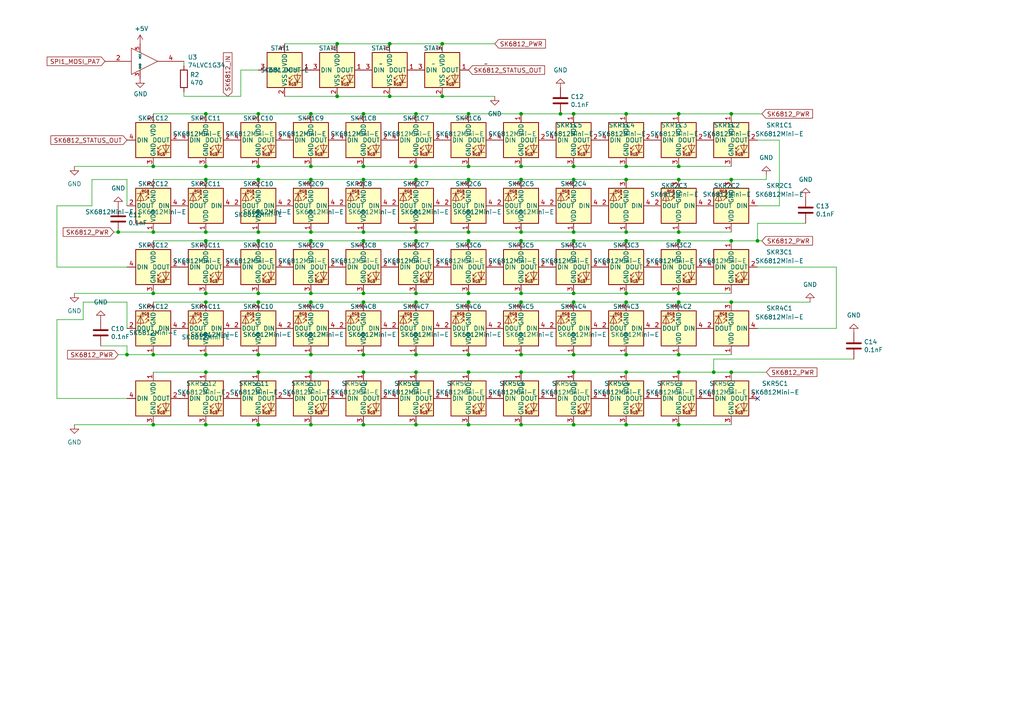
<source format=kicad_sch>
(kicad_sch (version 20211123) (generator eeschema)
  (paper "A4")
  (lib_symbols
    (symbol "Device:C" (pin_numbers hide) (pin_names (offset 0.254))
      (property "Reference" "C" (at 0.635 2.54 0))
      (property "Value" "C" (at 0.635 -2.54 0))
      (symbol "C_0_1"
        (polyline (pts (xy -2.032 -0.762) (xy 2.032 -0.762)) (stroke (width 0.508)))
        (polyline (pts (xy -2.032 0.762) (xy 2.032 0.762)) (stroke (width 0.508)))
      )
      (symbol "C_1_1"
        (pin passive line (at 0 3.81 270) (length 2.794) (name "~") (number "1"))
        (pin passive line (at 0 -3.81 90) (length 2.794) (name "~") (number "2"))
      )
    )
    (symbol "Device:R" (pin_numbers hide) (pin_names (offset 0))
      (property "Reference" "R" (at 2.032 0 90))
      (property "Value" "R" (at 0 0 90))
      (symbol "R_0_1"
        (rectangle (start -1.016 -2.54) (end 1.016 2.54) (stroke (width 0.254)))
      )
      (symbol "R_1_1"
        (pin passive line (at 0 3.81 270) (length 1.27) (name "~") (number "1"))
        (pin passive line (at 0 -3.81 90) (length 1.27) (name "~") (number "2"))
      )
    )
    (symbol "LED:SK6812MINI" (pin_names (offset 0.254))
      (property "Reference" "D" (at 5.08 5.715 0))
      (property "Value" "SK6812MINI" (at 1.27 -5.715 0))
      (symbol "SK6812MINI_0_0"
        (text "RGB" (at 2.286 -4.191 0) (effects (font (size 0.762 0.762))))
      )
      (symbol "SK6812MINI_0_1"
        (polyline (pts (xy 1.27 -3.556) (xy 1.778 -3.556)))
        (polyline (pts (xy 1.27 -2.54) (xy 1.778 -2.54)))
        (polyline (pts (xy 4.699 -3.556) (xy 2.667 -3.556)))
        (polyline (pts (xy 2.286 -2.54) (xy 1.27 -3.556) (xy 1.27 -3.048)))
        (polyline (pts (xy 2.286 -1.524) (xy 1.27 -2.54) (xy 1.27 -2.032)))
        (polyline (pts (xy 3.683 -1.016) (xy 3.683 -3.556) (xy 3.683 -4.064)))
        (polyline (pts (xy 4.699 -1.524) (xy 2.667 -1.524) (xy 3.683 -3.556) (xy 4.699 -1.524)))
        (rectangle (start 5.08 5.08) (end -5.08 -5.08) (stroke (width 0.254)) (fill (type background)))
      )
      (symbol "SK6812MINI_1_1"
        (pin output line (at 7.62 0 180) (length 2.54) (name "DOUT") (number "1"))
        (pin power_in line (at 0 -7.62 90) (length 2.54) (name "VSS") (number "2"))
        (pin input line (at -7.62 0 0) (length 2.54) (name "DIN") (number "3"))
        (pin power_in line (at 0 7.62 270) (length 2.54) (name "VDD") (number "4"))
      )
    )
    (symbol "pouetpouet-rescue:74LVC1G34-74LVC1G34" (pin_names (offset 0.254))
      (property "Reference" "U" (at 2.54 3.81 0))
      (property "Value" "74LVC1G34-74LVC1G34" (at 5.08 -3.81 0))
      (symbol "74LVC1G34-74LVC1G34_0_0"
        (polyline (pts (xy -3.81 3.81) (xy -3.81 -3.81) (xy 3.81 0) (xy -3.81 3.81)))
        (pin power_in line (at -1.27 -5.08 90) (length 2.54) (name "GND") (number "3"))
        (pin power_in line (at -1.27 5.08 270) (length 2.54) (name "VCC") (number "5"))
      )
      (symbol "74LVC1G34-74LVC1G34_1_1"
        (pin input line (at -11.43 0 0) (length 7.62) (name "~") (number "2"))
        (pin output line (at 11.43 0 180) (length 7.62) (name "~") (number "4"))
      )
      (symbol "74LVC1G34-74LVC1G34_1_2"
        (pin input inverted (at -11.43 0 0) (length 7.62) (name "~") (number "2"))
        (pin output line (at 11.43 0 180) (length 7.62) (name "~") (number "4"))
      )
    )
    (symbol "pouetpouet-rescue:SK6812Mini-E" (pin_names (offset 0.254))
      (property "Reference" "LED" (at 5.08 5.715 0))
      (property "Value" "SK6812Mini-E" (at 1.27 -5.715 0))
      (symbol "SK6812Mini-E_0_0"
        (text "RGB" (at 2.286 -4.191 0) (effects (font (size 0.762 0.762))))
      )
      (symbol "SK6812Mini-E_0_1"
        (polyline (pts (xy 1.27 -3.556) (xy 1.778 -3.556)))
        (polyline (pts (xy 1.27 -2.54) (xy 1.778 -2.54)))
        (polyline (pts (xy 4.699 -3.556) (xy 2.667 -3.556)))
        (polyline (pts (xy 2.286 -2.54) (xy 1.27 -3.556) (xy 1.27 -3.048)))
        (polyline (pts (xy 2.286 -1.524) (xy 1.27 -2.54) (xy 1.27 -2.032)))
        (polyline (pts (xy 3.683 -1.016) (xy 3.683 -3.556) (xy 3.683 -4.064)))
        (polyline (pts (xy 4.699 -1.524) (xy 2.667 -1.524) (xy 3.683 -3.556) (xy 4.699 -1.524)))
        (rectangle (start 5.08 5.08) (end -5.08 -5.08) (stroke (width 0.254)) (fill (type background)))
      )
      (symbol "SK6812Mini-E_1_1"
        (pin power_in line (at 0 7.62 270) (length 2.54) (name "VDD") (number "1"))
        (pin output line (at 7.62 0 180) (length 2.54) (name "DOUT") (number "2"))
        (pin power_in line (at 0 -7.62 90) (length 2.54) (name "GND") (number "3"))
        (pin input line (at -7.62 0 0) (length 2.54) (name "DIN") (number "4"))
      )
    )
    (symbol "power:+5V" (power) (pin_names (offset 0))
      (property "Value" "+5V" (at 0 3.556 0))
      (symbol "+5V_0_1"
        (polyline (pts (xy -0.762 1.27) (xy 0 2.54)))
        (polyline (pts (xy 0 0) (xy 0 2.54)))
        (polyline (pts (xy 0 2.54) (xy 0.762 1.27)))
      )
      (symbol "+5V_1_1"
        (pin power_in line (at 0 0 90) (length 0) hide (name "+5V") (number "1"))
      )
    )
    (symbol "power:GND" (power) (pin_names (offset 0))
      (property "Value" "GND" (at 0 -3.81 0))
      (symbol "GND_0_1"
        (polyline (pts (xy 0 0) (xy 0 -1.27) (xy 1.27 -1.27) (xy 0 -2.54) (xy -1.27 -1.27) (xy 0 -1.27)))
      )
      (symbol "GND_1_1"
        (pin power_in line (at 0 0 270) (length 0) hide (name "GND") (number "1"))
      )
    )
  )
  (junction (at 166.37 67.31))
  (junction (at 74.93 102.87))
  (junction (at 74.93 107.95))
  (junction (at 74.93 69.85))
  (junction (at 44.45 48.26))
  (junction (at 120.65 67.31))
  (junction (at 90.17 87.63))
  (junction (at 59.69 69.85))
  (junction (at 181.61 48.26))
  (junction (at 135.89 123.19))
  (junction (at 212.09 52.07))
  (junction (at 128.27 27.94))
  (junction (at 90.17 102.87))
  (junction (at 44.45 67.31))
  (junction (at 212.09 107.95))
  (junction (at 181.61 67.31))
  (junction (at 151.13 107.95))
  (junction (at 212.09 69.85))
  (junction (at 151.13 87.63))
  (junction (at 166.37 52.07))
  (junction (at 90.17 85.09))
  (junction (at 74.93 33.02))
  (junction (at 59.69 102.87))
  (junction (at 151.13 102.87))
  (junction (at 166.37 102.87))
  (junction (at 59.69 33.02))
  (junction (at 120.65 85.09))
  (junction (at 166.37 85.09))
  (junction (at 207.01 107.95))
  (junction (at 135.89 102.87))
  (junction (at 166.37 33.02))
  (junction (at 196.85 107.95))
  (junction (at 196.85 85.09))
  (junction (at 74.93 87.63))
  (junction (at 59.69 107.95))
  (junction (at 120.65 107.95))
  (junction (at 166.37 123.19))
  (junction (at 151.13 123.19))
  (junction (at 105.41 67.31))
  (junction (at 196.85 33.02))
  (junction (at 120.65 48.26))
  (junction (at 181.61 107.95))
  (junction (at 36.83 102.87))
  (junction (at 135.89 69.85))
  (junction (at 90.17 107.95))
  (junction (at 74.93 52.07))
  (junction (at 90.17 69.85))
  (junction (at 120.65 87.63))
  (junction (at 59.69 87.63))
  (junction (at 90.17 52.07))
  (junction (at 135.89 107.95))
  (junction (at 181.61 85.09))
  (junction (at 44.45 102.87))
  (junction (at 219.71 69.85))
  (junction (at 90.17 67.31))
  (junction (at 162.56 33.02))
  (junction (at 105.41 48.26))
  (junction (at 135.89 52.07))
  (junction (at 74.93 67.31))
  (junction (at 74.93 123.19))
  (junction (at 166.37 87.63))
  (junction (at 113.03 12.7))
  (junction (at 135.89 67.31))
  (junction (at 196.85 69.85))
  (junction (at 120.65 69.85))
  (junction (at 151.13 48.26))
  (junction (at 90.17 48.26))
  (junction (at 196.85 123.19))
  (junction (at 105.41 33.02))
  (junction (at 97.79 12.7))
  (junction (at 151.13 85.09))
  (junction (at 105.41 52.07))
  (junction (at 135.89 87.63))
  (junction (at 181.61 102.87))
  (junction (at 196.85 87.63))
  (junction (at 181.61 87.63))
  (junction (at 196.85 48.26))
  (junction (at 105.41 123.19))
  (junction (at 135.89 85.09))
  (junction (at 135.89 48.26))
  (junction (at 212.09 33.02))
  (junction (at 105.41 87.63))
  (junction (at 151.13 52.07))
  (junction (at 34.29 67.31))
  (junction (at 151.13 69.85))
  (junction (at 181.61 52.07))
  (junction (at 97.79 27.94))
  (junction (at 59.69 48.26))
  (junction (at 105.41 102.87))
  (junction (at 59.69 67.31))
  (junction (at 59.69 85.09))
  (junction (at 196.85 52.07))
  (junction (at 181.61 123.19))
  (junction (at 151.13 33.02))
  (junction (at 181.61 69.85))
  (junction (at 59.69 52.07))
  (junction (at 90.17 123.19))
  (junction (at 166.37 69.85))
  (junction (at 181.61 33.02))
  (junction (at 113.03 27.94))
  (junction (at 105.41 107.95))
  (junction (at 105.41 85.09))
  (junction (at 59.69 123.19))
  (junction (at 166.37 48.26))
  (junction (at 74.93 85.09))
  (junction (at 120.65 33.02))
  (junction (at 128.27 12.7))
  (junction (at 120.65 52.07))
  (junction (at 135.89 33.02))
  (junction (at 74.93 48.26))
  (junction (at 196.85 67.31))
  (junction (at 196.85 102.87))
  (junction (at 120.65 102.87))
  (junction (at 212.09 87.63))
  (junction (at 90.17 33.02))
  (junction (at 166.37 107.95))
  (junction (at 44.45 123.19))
  (junction (at 44.45 85.09))
  (junction (at 105.41 69.85))
  (junction (at 120.65 123.19))
  (junction (at 151.13 67.31))
  (no_connect (at 219.71 115.57))
  (wire (pts (xy 90.17 48.26) (xy 105.41 48.26)))
  (wire (pts (xy 59.69 48.26) (xy 74.93 48.26)))
  (wire (pts (xy 166.37 67.31) (xy 151.13 67.31)))
  (wire (pts (xy 74.93 52.07) (xy 59.69 52.07)))
  (wire (pts (xy 105.41 67.31) (xy 90.17 67.31)))
  (wire (pts (xy 181.61 52.07) (xy 166.37 52.07)))
  (wire (pts (xy 59.69 52.07) (xy 44.45 52.07)))
  (wire (pts (xy 219.71 64.77) (xy 219.71 69.85)))
  (wire (pts (xy 24.13 92.71) (xy 16.51 92.71)))
  (wire (pts (xy 90.17 85.09) (xy 105.41 85.09)))
  (wire (pts (xy 120.65 85.09) (xy 135.89 85.09)))
  (wire (pts (xy 151.13 48.26) (xy 166.37 48.26)))
  (wire (pts (xy 181.61 85.09) (xy 196.85 85.09)))
  (wire (pts (xy 135.89 123.19) (xy 151.13 123.19)))
  (wire (pts (xy 69.85 20.32) (xy 69.85 27.94)))
  (wire (pts (xy 135.89 67.31) (xy 120.65 67.31)))
  (wire (pts (xy 16.51 115.57) (xy 36.83 115.57)))
  (wire (pts (xy 120.65 107.95) (xy 135.89 107.95)))
  (wire (pts (xy 44.45 123.19) (xy 59.69 123.19)))
  (wire (pts (xy 44.45 48.26) (xy 59.69 48.26)))
  (wire (pts (xy 128.27 27.94) (xy 143.51 27.94)))
  (wire (pts (xy 44.45 107.95) (xy 59.69 107.95)))
  (wire (pts (xy 181.61 48.26) (xy 196.85 48.26)))
  (wire (pts (xy 90.17 67.31) (xy 74.93 67.31)))
  (wire (pts (xy 181.61 102.87) (xy 166.37 102.87)))
  (wire (pts (xy 196.85 69.85) (xy 212.09 69.85)))
  (wire (pts (xy 135.89 107.95) (xy 151.13 107.95)))
  (wire (pts (xy 151.13 69.85) (xy 166.37 69.85)))
  (wire (pts (xy 105.41 69.85) (xy 120.65 69.85)))
  (wire (pts (xy 82.55 12.7) (xy 97.79 12.7)))
  (wire (pts (xy 113.03 27.94) (xy 128.27 27.94)))
  (wire (pts (xy 44.45 33.02) (xy 59.69 33.02)))
  (wire (pts (xy 151.13 85.09) (xy 166.37 85.09)))
  (wire (pts (xy 212.09 52.07) (xy 196.85 52.07)))
  (wire (pts (xy 120.65 87.63) (xy 105.41 87.63)))
  (wire (pts (xy 105.41 85.09) (xy 120.65 85.09)))
  (wire (pts (xy 90.17 123.19) (xy 105.41 123.19)))
  (wire (pts (xy 196.85 123.19) (xy 212.09 123.19)))
  (wire (pts (xy 212.09 52.07) (xy 222.25 52.07)))
  (wire (pts (xy 181.61 69.85) (xy 196.85 69.85)))
  (wire (pts (xy 59.69 33.02) (xy 74.93 33.02)))
  (wire (pts (xy 105.41 102.87) (xy 90.17 102.87)))
  (wire (pts (xy 166.37 85.09) (xy 181.61 85.09)))
  (wire (pts (xy 59.69 67.31) (xy 44.45 67.31)))
  (wire (pts (xy 162.56 33.02) (xy 166.37 33.02)))
  (wire (pts (xy 120.65 48.26) (xy 135.89 48.26)))
  (wire (pts (xy 181.61 67.31) (xy 166.37 67.31)))
  (wire (pts (xy 105.41 48.26) (xy 120.65 48.26)))
  (wire (pts (xy 74.93 67.31) (xy 59.69 67.31)))
  (wire (pts (xy 120.65 69.85) (xy 135.89 69.85)))
  (wire (pts (xy 82.55 27.94) (xy 97.79 27.94)))
  (wire (pts (xy 166.37 33.02) (xy 181.61 33.02)))
  (wire (pts (xy 166.37 102.87) (xy 151.13 102.87)))
  (wire (pts (xy 97.79 12.7) (xy 113.03 12.7)))
  (wire (pts (xy 24.13 87.63) (xy 24.13 92.71)))
  (wire (pts (xy 90.17 102.87) (xy 74.93 102.87)))
  (wire (pts (xy 59.69 85.09) (xy 74.93 85.09)))
  (wire (pts (xy 120.65 67.31) (xy 105.41 67.31)))
  (wire (pts (xy 196.85 48.26) (xy 212.09 48.26)))
  (wire (pts (xy 97.79 27.94) (xy 113.03 27.94)))
  (wire (pts (xy 53.34 26.67) (xy 53.34 27.94)))
  (wire (pts (xy 212.09 33.02) (xy 220.98 33.02)))
  (wire (pts (xy 166.37 52.07) (xy 151.13 52.07)))
  (wire (pts (xy 181.61 33.02) (xy 196.85 33.02)))
  (wire (pts (xy 151.13 67.31) (xy 135.89 67.31)))
  (wire (pts (xy 21.59 85.09) (xy 44.45 85.09)))
  (wire (pts (xy 26.67 59.69) (xy 16.51 59.69)))
  (wire (pts (xy 135.89 87.63) (xy 120.65 87.63)))
  (wire (pts (xy 59.69 69.85) (xy 74.93 69.85)))
  (wire (pts (xy 44.45 102.87) (xy 36.83 102.87)))
  (wire (pts (xy 234.95 87.63) (xy 212.09 87.63)))
  (wire (pts (xy 226.06 59.69) (xy 219.71 59.69)))
  (wire (pts (xy 90.17 69.85) (xy 105.41 69.85)))
  (wire (pts (xy 120.65 33.02) (xy 135.89 33.02)))
  (wire (pts (xy 226.06 40.64) (xy 226.06 59.69)))
  (wire (pts (xy 135.89 33.02) (xy 151.13 33.02)))
  (wire (pts (xy 135.89 69.85) (xy 151.13 69.85)))
  (wire (pts (xy 74.93 48.26) (xy 90.17 48.26)))
  (wire (pts (xy 105.41 52.07) (xy 90.17 52.07)))
  (wire (pts (xy 34.29 67.31) (xy 33.02 67.31)))
  (wire (pts (xy 16.51 59.69) (xy 16.51 77.47)))
  (wire (pts (xy 242.57 77.47) (xy 242.57 95.25)))
  (wire (pts (xy 212.09 102.87) (xy 196.85 102.87)))
  (wire (pts (xy 196.85 107.95) (xy 207.01 107.95)))
  (wire (pts (xy 135.89 52.07) (xy 120.65 52.07)))
  (wire (pts (xy 196.85 67.31) (xy 181.61 67.31)))
  (wire (pts (xy 212.09 67.31) (xy 196.85 67.31)))
  (wire (pts (xy 44.45 67.31) (xy 34.29 67.31)))
  (wire (pts (xy 36.83 102.87) (xy 34.29 102.87)))
  (wire (pts (xy 26.67 52.07) (xy 26.67 59.69)))
  (wire (pts (xy 181.61 107.95) (xy 196.85 107.95)))
  (wire (pts (xy 90.17 87.63) (xy 74.93 87.63)))
  (wire (pts (xy 166.37 48.26) (xy 181.61 48.26)))
  (wire (pts (xy 196.85 102.87) (xy 181.61 102.87)))
  (wire (pts (xy 120.65 123.19) (xy 135.89 123.19)))
  (wire (pts (xy 53.34 27.94) (xy 69.85 27.94)))
  (wire (pts (xy 74.93 102.87) (xy 59.69 102.87)))
  (wire (pts (xy 135.89 48.26) (xy 151.13 48.26)))
  (wire (pts (xy 207.01 107.95) (xy 212.09 107.95)))
  (wire (pts (xy 74.93 33.02) (xy 90.17 33.02)))
  (wire (pts (xy 74.93 123.19) (xy 90.17 123.19)))
  (wire (pts (xy 120.65 52.07) (xy 105.41 52.07)))
  (wire (pts (xy 59.69 107.95) (xy 74.93 107.95)))
  (wire (pts (xy 74.93 107.95) (xy 90.17 107.95)))
  (wire (pts (xy 90.17 52.07) (xy 74.93 52.07)))
  (wire (pts (xy 135.89 102.87) (xy 120.65 102.87)))
  (wire (pts (xy 90.17 107.95) (xy 105.41 107.95)))
  (wire (pts (xy 36.83 59.69) (xy 36.83 52.07)))
  (wire (pts (xy 181.61 123.19) (xy 196.85 123.19)))
  (wire (pts (xy 181.61 53.34) (xy 181.61 52.07)))
  (wire (pts (xy 196.85 87.63) (xy 212.09 87.63)))
  (wire (pts (xy 219.71 40.64) (xy 226.06 40.64)))
  (wire (pts (xy 181.61 87.63) (xy 166.37 87.63)))
  (wire (pts (xy 53.34 19.05) (xy 53.34 17.78)))
  (wire (pts (xy 16.51 92.71) (xy 16.51 115.57)))
  (wire (pts (xy 59.69 123.19) (xy 74.93 123.19)))
  (wire (pts (xy 166.37 123.19) (xy 181.61 123.19)))
  (wire (pts (xy 74.93 85.09) (xy 90.17 85.09)))
  (wire (pts (xy 29.21 100.33) (xy 36.83 100.33)))
  (wire (pts (xy 21.59 48.26) (xy 44.45 48.26)))
  (wire (pts (xy 212.09 69.85) (xy 219.71 69.85)))
  (wire (pts (xy 69.85 20.32) (xy 74.93 20.32)))
  (wire (pts (xy 219.71 77.47) (xy 242.57 77.47)))
  (wire (pts (xy 105.41 107.95) (xy 120.65 107.95)))
  (wire (pts (xy 44.45 85.09) (xy 59.69 85.09)))
  (wire (pts (xy 74.93 69.85) (xy 90.17 69.85)))
  (wire (pts (xy 113.03 12.7) (xy 128.27 12.7)))
  (wire (pts (xy 44.45 69.85) (xy 59.69 69.85)))
  (wire (pts (xy 247.65 104.14) (xy 207.01 104.14)))
  (wire (pts (xy 222.25 50.8) (xy 222.25 52.07)))
  (wire (pts (xy 151.13 107.95) (xy 166.37 107.95)))
  (wire (pts (xy 105.41 33.02) (xy 120.65 33.02)))
  (wire (pts (xy 166.37 69.85) (xy 181.61 69.85)))
  (wire (pts (xy 105.41 87.63) (xy 90.17 87.63)))
  (wire (pts (xy 151.13 102.87) (xy 135.89 102.87)))
  (wire (pts (xy 59.69 87.63) (xy 44.45 87.63)))
  (wire (pts (xy 196.85 33.02) (xy 212.09 33.02)))
  (wire (pts (xy 59.69 102.87) (xy 44.45 102.87)))
  (wire (pts (xy 207.01 104.14) (xy 207.01 107.95)))
  (wire (pts (xy 74.93 87.63) (xy 59.69 87.63)))
  (wire (pts (xy 151.13 52.07) (xy 135.89 52.07)))
  (wire (pts (xy 166.37 107.95) (xy 181.61 107.95)))
  (wire (pts (xy 151.13 123.19) (xy 166.37 123.19)))
  (wire (pts (xy 128.27 12.7) (xy 143.51 12.7)))
  (wire (pts (xy 120.65 102.87) (xy 105.41 102.87)))
  (wire (pts (xy 196.85 85.09) (xy 212.09 85.09)))
  (wire (pts (xy 212.09 107.95) (xy 222.25 107.95)))
  (wire (pts (xy 233.68 64.77) (xy 219.71 64.77)))
  (wire (pts (xy 135.89 85.09) (xy 151.13 85.09)))
  (wire (pts (xy 166.37 87.63) (xy 151.13 87.63)))
  (wire (pts (xy 196.85 87.63) (xy 181.61 87.63)))
  (wire (pts (xy 21.59 123.19) (xy 44.45 123.19)))
  (wire (pts (xy 16.51 77.47) (xy 36.83 77.47)))
  (wire (pts (xy 151.13 33.02) (xy 162.56 33.02)))
  (wire (pts (xy 219.71 69.85) (xy 220.98 69.85)))
  (wire (pts (xy 196.85 52.07) (xy 181.61 52.07)))
  (wire (pts (xy 90.17 33.02) (xy 105.41 33.02)))
  (wire (pts (xy 36.83 87.63) (xy 36.83 95.25)))
  (wire (pts (xy 26.67 52.07) (xy 36.83 52.07)))
  (wire (pts (xy 36.83 100.33) (xy 36.83 102.87)))
  (wire (pts (xy 242.57 95.25) (xy 219.71 95.25)))
  (wire (pts (xy 105.41 123.19) (xy 120.65 123.19)))
  (wire (pts (xy 151.13 87.63) (xy 135.89 87.63)))
  (wire (pts (xy 24.13 87.63) (xy 36.83 87.63)))
  (global_label "SK6812_STATUS_OUT" (shape input) (at 135.89 20.32 0) (property "Intersheet References" "${INTERSHEET_REFS}" (effects hide)))
  (global_label "SK6812_IN" (shape input) (at 66.04 27.94 90) (property "Intersheet References" "${INTERSHEET_REFS}" (effects hide)))
  (global_label "SK6812_PWR" (shape input) (at 33.02 67.31 180) (property "Intersheet References" "${INTERSHEET_REFS}" (effects hide)))
  (global_label "SK6812_PWR" (shape input) (at 220.98 69.85 0) (property "Intersheet References" "${INTERSHEET_REFS}" (effects hide)))
  (global_label "SK6812_PWR" (shape input) (at 222.25 107.95 0) (property "Intersheet References" "${INTERSHEET_REFS}" (effects hide)))
  (global_label "SK6812_STATUS_OUT" (shape input) (at 36.83 40.64 180) (property "Intersheet References" "${INTERSHEET_REFS}" (effects hide)))
  (global_label "SK6812_PWR" (shape input) (at 34.29 102.87 180) (property "Intersheet References" "${INTERSHEET_REFS}" (effects hide)))
  (global_label "SK6812_PWR" (shape input) (at 220.98 33.02 0) (property "Intersheet References" "${INTERSHEET_REFS}" (effects hide)))
  (global_label "SK6812_PWR" (shape input) (at 143.51 12.7 0) (property "Intersheet References" "${INTERSHEET_REFS}" (effects hide)))
  (global_label "SPI1_MOSI_PA7" (shape input) (at 30.48 17.78 180) (property "Intersheet References" "${INTERSHEET_REFS}" (effects hide)))
  (symbol (lib_id "pouetpouet-rescue:74LVC1G34-74LVC1G34") (at 41.91 17.78 0) (unit 1)
    (property "Reference" "U3" (at 54.4576 16.6116 0) (effects (justify left)))
    (property "Value" "74LVC1G34" (at 54.4576 18.923 0) (effects (justify left)))
    (property "Footprint" "Package_TO_SOT_SMD:SOT-23-5" (effects hide))
  )
  (symbol (lib_id "power:+5V") (at 40.64 12.7 0) (unit 1)
    (property "Reference" "#PWR0115" (effects hide))
    (property "Value" "+5V" (at 41.021 8.3058 0))
  )
  (symbol (lib_id "power:GND") (at 40.64 22.86 0) (unit 1)
    (property "Reference" "#PWR0116" (effects hide))
    (property "Value" "GND" (at 40.767 27.2542 0))
  )
  (symbol (lib_id "Device:R") (at 53.34 22.86 0) (unit 1)
    (property "Reference" "R2" (at 55.118 21.6916 0) (effects (justify left)))
    (property "Value" "470" (at 55.118 24.003 0) (effects (justify left)))
    (property "Footprint" "Resistor_SMD:R_0805_2012Metric_Pad1.15x1.40mm_HandSolder" (effects hide))
  )
  (symbol (lib_id "pouetpouet-rescue:SK6812Mini-E") (at 181.61 115.57 0) (unit 1)
    (property "Reference" "SKR5C3" (at 194.31 111.2393 0))
    (property "Value" "SK6812Mini-E" (at 194.31 113.7793 0))
    (property "Footprint" "custom:SK6812Mini-E-BACK-BIS" (effects hide))
    (property "Datasheet" "https://cdn-shop.adafruit.com/product-files/2686/SK6812MINI_REV.01-1-2.pdf" (effects hide))
  )
  (symbol (lib_id "pouetpouet-rescue:SK6812Mini-E") (at 105.41 95.25 180) (unit 1)
    (property "Reference" "SKR4C8" (at 105.41 88.9 0))
    (property "Value" "SK6812Mini-E" (at 92.71 97.0407 0))
    (property "Footprint" "custom:SK6812Mini-E-BACK-BIS" (effects hide))
    (property "Datasheet" "https://cdn-shop.adafruit.com/product-files/2686/SK6812MINI_REV.01-1-2.pdf" (effects hide))
  )
  (symbol (lib_id "power:GND") (at 29.21 92.71 180) (unit 1)
    (property "Reference" "#PWR01" (effects hide))
    (property "Value" "GND" (at 29.21 87.63 0))
  )
  (symbol (lib_id "pouetpouet-rescue:SK6812Mini-E") (at 135.89 95.25 180) (unit 1)
    (property "Reference" "SKR4C6" (at 135.89 88.9 0))
    (property "Value" "SK6812Mini-E" (at 123.19 97.0407 0))
    (property "Footprint" "custom:SK6812Mini-E-BACK-BIS" (effects hide))
    (property "Datasheet" "https://cdn-shop.adafruit.com/product-files/2686/SK6812MINI_REV.01-1-2.pdf" (effects hide))
  )
  (symbol (lib_id "pouetpouet-rescue:SK6812Mini-E") (at 105.41 59.69 180) (unit 1)
    (property "Reference" "SKR2C8" (at 104.14 53.34 0))
    (property "Value" "SK6812Mini-E" (at 92.71 61.4807 0))
    (property "Footprint" "custom:SK6812Mini-E-BACK-BIS" (effects hide))
    (property "Datasheet" "https://cdn-shop.adafruit.com/product-files/2686/SK6812MINI_REV.01-1-2.pdf" (effects hide))
  )
  (symbol (lib_id "pouetpouet-rescue:SK6812Mini-E") (at 90.17 115.57 0) (unit 1)
    (property "Reference" "SKR5C9" (at 102.87 111.2393 0))
    (property "Value" "SK6812Mini-E" (at 102.87 113.7793 0))
    (property "Footprint" "custom:SK6812Mini-E-BACK-BIS" (effects hide))
    (property "Datasheet" "https://cdn-shop.adafruit.com/product-files/2686/SK6812MINI_REV.01-1-2.pdf" (effects hide))
  )
  (symbol (lib_id "pouetpouet-rescue:SK6812Mini-E") (at 59.69 115.57 0) (unit 1)
    (property "Reference" "SKR5C11" (at 73.66 111.2393 0))
    (property "Value" "SK6812Mini-E" (at 73.66 113.7793 0))
    (property "Footprint" "custom:SK6812Mini-E-BACK-BIS" (effects hide))
    (property "Datasheet" "https://cdn-shop.adafruit.com/product-files/2686/SK6812MINI_REV.01-1-2.pdf" (effects hide))
  )
  (symbol (lib_id "pouetpouet-rescue:SK6812Mini-E") (at 135.89 40.64 0) (unit 1)
    (property "Reference" "SKR1C6" (at 135.89 34.29 0))
    (property "Value" "SK6812Mini-E" (at 148.59 38.8493 0))
    (property "Footprint" "custom:SK6812Mini-E-BACK-BIS" (effects hide))
    (property "Datasheet" "https://cdn-shop.adafruit.com/product-files/2686/SK6812MINI_REV.01-1-2.pdf" (effects hide))
  )
  (symbol (lib_id "LED:SK6812MINI") (at 82.55 20.32 0) (unit 1)
    (property "Reference" "STAT1" (at 81.28 13.97 0))
    (property "Value" "SK6812Mini-E" (at 82.55 20.32 0))
    (property "Footprint" "LED_SMD:LED_SK6812MINI_PLCC4_3.5x3.5mm_P1.75mm" (effects hide))
    (property "Datasheet" "https://cdn-shop.adafruit.com/product-files/2686/SK6812MINI_REV.01-1-2.pdf" (effects hide))
  )
  (symbol (lib_id "pouetpouet-rescue:SK6812Mini-E") (at 90.17 40.64 0) (unit 1)
    (property "Reference" "SKR1C9" (at 90.17 34.29 0))
    (property "Value" "SK6812Mini-E" (at 102.87 38.8493 0))
    (property "Footprint" "custom:SK6812Mini-E-BACK-BIS" (effects hide))
    (property "Datasheet" "https://cdn-shop.adafruit.com/product-files/2686/SK6812MINI_REV.01-1-2.pdf" (effects hide))
  )
  (symbol (lib_id "Device:C") (at 34.29 63.5 0) (unit 1)
    (property "Reference" "C11" (at 37.211 62.3316 0) (effects (justify left)))
    (property "Value" "0.1nF" (at 37.211 64.643 0) (effects (justify left)))
    (property "Footprint" "Resistor_SMD:R_0805_2012Metric" (effects hide))
  )
  (symbol (lib_id "Device:C") (at 247.65 100.33 0) (unit 1)
    (property "Reference" "C14" (at 250.571 99.1616 0) (effects (justify left)))
    (property "Value" "0.1nF" (at 250.571 101.473 0) (effects (justify left)))
    (property "Footprint" "Resistor_SMD:R_0805_2012Metric" (effects hide))
  )
  (symbol (lib_id "pouetpouet-rescue:SK6812Mini-E") (at 212.09 115.57 0) (unit 1)
    (property "Reference" "SKR5C1" (at 224.79 111.2393 0))
    (property "Value" "SK6812Mini-E" (at 224.79 113.7793 0))
    (property "Footprint" "custom:SK6812Mini-E-BACK-BIS" (effects hide))
    (property "Datasheet" "https://cdn-shop.adafruit.com/product-files/2686/SK6812MINI_REV.01-1-2.pdf" (effects hide))
  )
  (symbol (lib_id "pouetpouet-rescue:SK6812Mini-E") (at 196.85 77.47 0) (unit 1)
    (property "Reference" "SKR3C2" (at 196.85 71.12 0))
    (property "Value" "SK6812Mini-E" (at 209.55 75.6793 0))
    (property "Footprint" "custom:SK6812Mini-E-BACK-BIS" (effects hide))
    (property "Datasheet" "https://cdn-shop.adafruit.com/product-files/2686/SK6812MINI_REV.01-1-2.pdf" (effects hide))
  )
  (symbol (lib_id "pouetpouet-rescue:SK6812Mini-E") (at 196.85 95.25 180) (unit 1)
    (property "Reference" "SKR4C2" (at 196.85 88.9 0))
    (property "Value" "SK6812Mini-E" (at 184.15 97.0407 0))
    (property "Footprint" "custom:SK6812Mini-E-BACK-BIS" (effects hide))
    (property "Datasheet" "https://cdn-shop.adafruit.com/product-files/2686/SK6812MINI_REV.01-1-2.pdf" (effects hide))
  )
  (symbol (lib_id "pouetpouet-rescue:SK6812Mini-E") (at 151.13 95.25 180) (unit 1)
    (property "Reference" "SKR4C5" (at 151.13 88.9 0))
    (property "Value" "SK6812Mini-E" (at 138.43 97.0407 0))
    (property "Footprint" "custom:SK6812Mini-E-BACK-BIS" (effects hide))
    (property "Datasheet" "https://cdn-shop.adafruit.com/product-files/2686/SK6812MINI_REV.01-1-2.pdf" (effects hide))
  )
  (symbol (lib_id "power:GND") (at 162.56 25.4 180) (unit 1)
    (property "Reference" "#PWR03" (effects hide))
    (property "Value" "GND" (at 162.56 20.32 0))
  )
  (symbol (lib_id "pouetpouet-rescue:SK6812Mini-E") (at 105.41 115.57 0) (unit 1)
    (property "Reference" "SKR5C8" (at 118.11 111.2393 0))
    (property "Value" "SK6812Mini-E" (at 118.11 113.7793 0))
    (property "Footprint" "custom:SK6812Mini-E-BACK-BIS" (effects hide))
    (property "Datasheet" "https://cdn-shop.adafruit.com/product-files/2686/SK6812MINI_REV.01-1-2.pdf" (effects hide))
  )
  (symbol (lib_id "pouetpouet-rescue:SK6812Mini-E") (at 151.13 59.69 180) (unit 1)
    (property "Reference" "SKR2C5" (at 151.13 53.34 0))
    (property "Value" "SK6812Mini-E" (at 138.43 61.4807 0))
    (property "Footprint" "custom:SK6812Mini-E-BACK-BIS" (effects hide))
    (property "Datasheet" "https://cdn-shop.adafruit.com/product-files/2686/SK6812MINI_REV.01-1-2.pdf" (effects hide))
  )
  (symbol (lib_id "pouetpouet-rescue:SK6812Mini-E") (at 44.45 59.69 180) (unit 1)
    (property "Reference" "SKR2C12" (at 44.45 53.34 0))
    (property "Value" "SK6812Mini-E" (at 31.75 61.4807 0))
    (property "Footprint" "custom:SK6812Mini-E-BACK-BIS" (effects hide))
    (property "Datasheet" "https://cdn-shop.adafruit.com/product-files/2686/SK6812MINI_REV.01-1-2.pdf" (effects hide))
  )
  (symbol (lib_id "pouetpouet-rescue:SK6812Mini-E") (at 135.89 77.47 0) (unit 1)
    (property "Reference" "SKR3C6" (at 135.89 71.12 0))
    (property "Value" "SK6812Mini-E" (at 148.59 75.6793 0))
    (property "Footprint" "custom:SK6812Mini-E-BACK-BIS" (effects hide))
    (property "Datasheet" "https://cdn-shop.adafruit.com/product-files/2686/SK6812MINI_REV.01-1-2.pdf" (effects hide))
  )
  (symbol (lib_id "LED:SK6812MINI") (at 128.27 20.32 0) (unit 1)
    (property "Reference" "STAT4" (at 125.73 13.97 0))
    (property "Value" "~" (at 140.97 18.5293 0))
    (property "Footprint" "LED_SMD:LED_SK6812MINI_PLCC4_3.5x3.5mm_P1.75mm" (effects hide))
    (property "Datasheet" "https://cdn-shop.adafruit.com/product-files/2686/SK6812MINI_REV.01-1-2.pdf" (effects hide))
  )
  (symbol (lib_id "pouetpouet-rescue:SK6812Mini-E") (at 166.37 115.57 0) (unit 1)
    (property "Reference" "SKR5C4" (at 179.07 111.2393 0))
    (property "Value" "SK6812Mini-E" (at 179.07 113.7793 0))
    (property "Footprint" "custom:SK6812Mini-E-BACK-BIS" (effects hide))
    (property "Datasheet" "https://cdn-shop.adafruit.com/product-files/2686/SK6812MINI_REV.01-1-2.pdf" (effects hide))
  )
  (symbol (lib_id "pouetpouet-rescue:SK6812Mini-E") (at 151.13 115.57 0) (unit 1)
    (property "Reference" "SKR5C5" (at 163.83 111.2393 0))
    (property "Value" "SK6812Mini-E" (at 163.83 113.7793 0))
    (property "Footprint" "custom:SK6812Mini-E-BACK-BIS" (effects hide))
    (property "Datasheet" "https://cdn-shop.adafruit.com/product-files/2686/SK6812MINI_REV.01-1-2.pdf" (effects hide))
  )
  (symbol (lib_id "pouetpouet-rescue:SK6812Mini-E") (at 135.89 59.69 180) (unit 1)
    (property "Reference" "SKR2C6" (at 135.89 53.34 0))
    (property "Value" "SK6812Mini-E" (at 123.19 61.4807 0))
    (property "Footprint" "custom:SK6812Mini-E-BACK-BIS" (effects hide))
    (property "Datasheet" "https://cdn-shop.adafruit.com/product-files/2686/SK6812MINI_REV.01-1-2.pdf" (effects hide))
  )
  (symbol (lib_id "pouetpouet-rescue:SK6812Mini-E") (at 90.17 77.47 0) (unit 1)
    (property "Reference" "SKR3C9" (at 90.17 71.12 0))
    (property "Value" "SK6812Mini-E" (at 102.87 75.6793 0))
    (property "Footprint" "custom:SK6812Mini-E-BACK-BIS" (effects hide))
    (property "Datasheet" "https://cdn-shop.adafruit.com/product-files/2686/SK6812MINI_REV.01-1-2.pdf" (effects hide))
  )
  (symbol (lib_id "pouetpouet-rescue:SK6812Mini-E") (at 120.65 59.69 180) (unit 1)
    (property "Reference" "SKR2C7" (at 120.65 53.34 0))
    (property "Value" "SK6812Mini-E" (at 107.95 61.4807 0))
    (property "Footprint" "custom:SK6812Mini-E-BACK-BIS" (effects hide))
    (property "Datasheet" "https://cdn-shop.adafruit.com/product-files/2686/SK6812MINI_REV.01-1-2.pdf" (effects hide))
  )
  (symbol (lib_id "pouetpouet-rescue:SK6812Mini-E") (at 74.93 77.47 0) (unit 1)
    (property "Reference" "SKR3C10" (at 74.93 71.12 0))
    (property "Value" "SK6812Mini-E" (at 87.63 75.6793 0))
    (property "Footprint" "custom:SK6812Mini-E-BACK-BIS" (effects hide))
    (property "Datasheet" "https://cdn-shop.adafruit.com/product-files/2686/SK6812MINI_REV.01-1-2.pdf" (effects hide))
  )
  (symbol (lib_id "pouetpouet-rescue:SK6812Mini-E") (at 59.69 59.69 180) (unit 1)
    (property "Reference" "SKR2C11" (at 59.69 53.34 0))
    (property "Value" "SK6812Mini-E" (at 46.99 61.4807 0))
    (property "Footprint" "custom:SK6812Mini-E-BACK-BIS" (effects hide))
    (property "Datasheet" "https://cdn-shop.adafruit.com/product-files/2686/SK6812MINI_REV.01-1-2.pdf" (effects hide))
  )
  (symbol (lib_id "pouetpouet-rescue:SK6812Mini-E") (at 44.45 77.47 0) (unit 1)
    (property "Reference" "SKR3C12" (at 44.45 71.12 0))
    (property "Value" "SK6812Mini-E" (at 57.15 75.6793 0))
    (property "Footprint" "custom:SK6812Mini-E-BACK-BIS" (effects hide))
    (property "Datasheet" "https://cdn-shop.adafruit.com/product-files/2686/SK6812MINI_REV.01-1-2.pdf" (effects hide))
  )
  (symbol (lib_id "pouetpouet-rescue:SK6812Mini-E") (at 196.85 59.69 180) (unit 1)
    (property "Reference" "SKR2C2" (at 210.82 53.8605 0))
    (property "Value" "SK6812Mini-E" (at 210.82 56.4005 0))
    (property "Footprint" "custom:SK6812Mini-E-BACK-BIS" (effects hide))
    (property "Datasheet" "https://cdn-shop.adafruit.com/product-files/2686/SK6812MINI_REV.01-1-2.pdf" (effects hide))
  )
  (symbol (lib_id "pouetpouet-rescue:SK6812Mini-E") (at 196.85 115.57 0) (unit 1)
    (property "Reference" "SKR5C2" (at 209.55 111.2393 0))
    (property "Value" "SK6812Mini-E" (at 209.55 113.7793 0))
    (property "Footprint" "custom:SK6812Mini-E-BACK-BIS" (effects hide))
    (property "Datasheet" "https://cdn-shop.adafruit.com/product-files/2686/SK6812MINI_REV.01-1-2.pdf" (effects hide))
  )
  (symbol (lib_id "pouetpouet-rescue:SK6812Mini-E") (at 74.93 95.25 180) (unit 1)
    (property "Reference" "SKR4C10" (at 74.93 88.9 0))
    (property "Value" "SK6812Mini-E" (at 62.23 97.0407 0))
    (property "Footprint" "custom:SK6812Mini-E-BACK-BIS" (effects hide))
    (property "Datasheet" "https://cdn-shop.adafruit.com/product-files/2686/SK6812MINI_REV.01-1-2.pdf" (effects hide))
  )
  (symbol (lib_id "pouetpouet-rescue:SK6812Mini-E") (at 196.85 40.64 0) (unit 1)
    (property "Reference" "SKR1C2" (at 210.82 36.3093 0))
    (property "Value" "SK6812Mini-E" (at 210.82 38.8493 0))
    (property "Footprint" "custom:SK6812Mini-E-BACK-BIS" (effects hide))
    (property "Datasheet" "https://cdn-shop.adafruit.com/product-files/2686/SK6812MINI_REV.01-1-2.pdf" (effects hide))
  )
  (symbol (lib_id "LED:SK6812MINI") (at 113.03 20.32 0) (unit 1)
    (property "Reference" "STAT3" (at 110.49 13.97 0))
    (property "Value" "~" (at 125.73 18.5293 0))
    (property "Footprint" "LED_SMD:LED_SK6812MINI_PLCC4_3.5x3.5mm_P1.75mm" (effects hide))
    (property "Datasheet" "https://cdn-shop.adafruit.com/product-files/2686/SK6812MINI_REV.01-1-2.pdf" (effects hide))
  )
  (symbol (lib_id "pouetpouet-rescue:SK6812Mini-E") (at 105.41 40.64 0) (unit 1)
    (property "Reference" "SKR1C8" (at 105.41 34.29 0))
    (property "Value" "SK6812Mini-E" (at 118.11 38.8493 0))
    (property "Footprint" "custom:SK6812Mini-E-BACK-BIS" (effects hide))
    (property "Datasheet" "https://cdn-shop.adafruit.com/product-files/2686/SK6812MINI_REV.01-1-2.pdf" (effects hide))
  )
  (symbol (lib_id "pouetpouet-rescue:SK6812Mini-E") (at 44.45 40.64 0) (unit 1)
    (property "Reference" "SKR1C12" (at 44.45 34.29 0))
    (property "Value" "SK6812Mini-E" (at 57.15 38.8493 0))
    (property "Footprint" "custom:SK6812Mini-E-BACK-BIS" (effects hide))
    (property "Datasheet" "https://cdn-shop.adafruit.com/product-files/2686/SK6812MINI_REV.01-1-2.pdf" (effects hide))
  )
  (symbol (lib_id "Device:C") (at 162.56 29.21 0) (unit 1)
    (property "Reference" "C12" (at 165.481 28.0416 0) (effects (justify left)))
    (property "Value" "0.1nF" (at 165.481 30.353 0) (effects (justify left)))
    (property "Footprint" "Resistor_SMD:R_0805_2012Metric" (effects hide))
  )
  (symbol (lib_id "pouetpouet-rescue:SK6812Mini-E") (at 212.09 40.64 0) (unit 1)
    (property "Reference" "SKR1C1" (at 226.06 36.3093 0))
    (property "Value" "SK6812Mini-E" (at 226.06 38.8493 0))
    (property "Footprint" "custom:SK6812Mini-E-BACK-BIS" (effects hide))
    (property "Datasheet" "https://cdn-shop.adafruit.com/product-files/2686/SK6812MINI_REV.01-1-2.pdf" (effects hide))
  )
  (symbol (lib_id "pouetpouet-rescue:SK6812Mini-E") (at 59.69 40.64 0) (unit 1)
    (property "Reference" "SKR1C11" (at 59.69 34.29 0))
    (property "Value" "SK6812Mini-E" (at 72.39 38.8493 0))
    (property "Footprint" "custom:SK6812Mini-E-BACK-BIS" (effects hide))
    (property "Datasheet" "https://cdn-shop.adafruit.com/product-files/2686/SK6812MINI_REV.01-1-2.pdf" (effects hide))
  )
  (symbol (lib_id "pouetpouet-rescue:SK6812Mini-E") (at 166.37 40.64 0) (unit 1)
    (property "Reference" "SKR1C4" (at 180.34 36.3093 0))
    (property "Value" "SK6812Mini-E" (at 180.34 38.8493 0))
    (property "Footprint" "custom:SK6812Mini-E-BACK-BIS" (effects hide))
    (property "Datasheet" "https://cdn-shop.adafruit.com/product-files/2686/SK6812MINI_REV.01-1-2.pdf" (effects hide))
  )
  (symbol (lib_id "pouetpouet-rescue:SK6812Mini-E") (at 44.45 115.57 0) (unit 1)
    (property "Reference" "SKR5C12" (at 58.42 111.2393 0))
    (property "Value" "SK6812Mini-E" (at 58.42 113.7793 0))
    (property "Footprint" "custom:SK6812Mini-E-BACK-BIS" (effects hide))
    (property "Datasheet" "https://cdn-shop.adafruit.com/product-files/2686/SK6812MINI_REV.01-1-2.pdf" (effects hide))
  )
  (symbol (lib_id "Device:C") (at 29.21 96.52 0) (unit 1)
    (property "Reference" "C10" (at 32.131 95.3516 0) (effects (justify left)))
    (property "Value" "0.1nF" (at 32.131 97.663 0) (effects (justify left)))
    (property "Footprint" "Resistor_SMD:R_0805_2012Metric" (effects hide))
  )
  (symbol (lib_id "pouetpouet-rescue:SK6812Mini-E") (at 74.93 115.57 0) (unit 1)
    (property "Reference" "SKR5C10" (at 88.9 111.2393 0))
    (property "Value" "SK6812Mini-E" (at 88.9 113.7793 0))
    (property "Footprint" "custom:SK6812Mini-E-BACK-BIS" (effects hide))
    (property "Datasheet" "https://cdn-shop.adafruit.com/product-files/2686/SK6812MINI_REV.01-1-2.pdf" (effects hide))
  )
  (symbol (lib_id "pouetpouet-rescue:SK6812Mini-E") (at 181.61 59.69 180) (unit 1)
    (property "Reference" "SKR2C3" (at 195.58 53.8605 0))
    (property "Value" "SK6812Mini-E" (at 195.58 56.4005 0))
    (property "Footprint" "custom:SK6812Mini-E-BACK-BIS" (effects hide))
    (property "Datasheet" "https://cdn-shop.adafruit.com/product-files/2686/SK6812MINI_REV.01-1-2.pdf" (effects hide))
  )
  (symbol (lib_id "pouetpouet-rescue:SK6812Mini-E") (at 181.61 95.25 180) (unit 1)
    (property "Reference" "SKR4C3" (at 181.61 88.9 0))
    (property "Value" "SK6812Mini-E" (at 168.91 97.0407 0))
    (property "Footprint" "custom:SK6812Mini-E-BACK-BIS" (effects hide))
    (property "Datasheet" "https://cdn-shop.adafruit.com/product-files/2686/SK6812MINI_REV.01-1-2.pdf" (effects hide))
  )
  (symbol (lib_id "pouetpouet-rescue:SK6812Mini-E") (at 181.61 77.47 0) (unit 1)
    (property "Reference" "SKR3C3" (at 181.61 71.12 0))
    (property "Value" "SK6812Mini-E" (at 194.31 75.6793 0))
    (property "Footprint" "custom:SK6812Mini-E-BACK-BIS" (effects hide))
    (property "Datasheet" "https://cdn-shop.adafruit.com/product-files/2686/SK6812MINI_REV.01-1-2.pdf" (effects hide))
  )
  (symbol (lib_id "pouetpouet-rescue:SK6812Mini-E") (at 90.17 59.69 180) (unit 1)
    (property "Reference" "SKR2C9" (at 90.17 53.34 0))
    (property "Value" "SK6812Mini-E" (at 77.47 61.4807 0))
    (property "Footprint" "custom:SK6812Mini-E-BACK-BIS" (effects hide))
    (property "Datasheet" "https://cdn-shop.adafruit.com/product-files/2686/SK6812MINI_REV.01-1-2.pdf" (effects hide))
  )
  (symbol (lib_id "power:GND") (at 21.59 48.26 0) (unit 1)
    (property "Reference" "#PWR0122" (effects hide))
    (property "Value" "GND" (at 21.59 53.34 0))
  )
  (symbol (lib_id "pouetpouet-rescue:SK6812Mini-E") (at 59.69 77.47 0) (unit 1)
    (property "Reference" "SKR3C11" (at 59.69 71.12 0))
    (property "Value" "SK6812Mini-E" (at 72.39 75.6793 0))
    (property "Footprint" "custom:SK6812Mini-E-BACK-BIS" (effects hide))
    (property "Datasheet" "https://cdn-shop.adafruit.com/product-files/2686/SK6812MINI_REV.01-1-2.pdf" (effects hide))
  )
  (symbol (lib_id "pouetpouet-rescue:SK6812Mini-E") (at 166.37 95.25 180) (unit 1)
    (property "Reference" "SKR4C4" (at 166.37 88.9 0))
    (property "Value" "SK6812Mini-E" (at 153.67 97.0407 0))
    (property "Footprint" "custom:SK6812Mini-E-BACK-BIS" (effects hide))
    (property "Datasheet" "https://cdn-shop.adafruit.com/product-files/2686/SK6812MINI_REV.01-1-2.pdf" (effects hide))
  )
  (symbol (lib_id "pouetpouet-rescue:SK6812Mini-E") (at 151.13 77.47 0) (unit 1)
    (property "Reference" "SKR3C5" (at 151.13 71.12 0))
    (property "Value" "SK6812Mini-E" (at 163.83 75.6793 0))
    (property "Footprint" "custom:SK6812Mini-E-BACK-BIS" (effects hide))
    (property "Datasheet" "https://cdn-shop.adafruit.com/product-files/2686/SK6812MINI_REV.01-1-2.pdf" (effects hide))
  )
  (symbol (lib_id "pouetpouet-rescue:SK6812Mini-E") (at 120.65 115.57 0) (unit 1)
    (property "Reference" "SKR5C7" (at 133.35 111.2393 0))
    (property "Value" "SK6812Mini-E" (at 133.35 113.7793 0))
    (property "Footprint" "custom:SK6812Mini-E-BACK-BIS" (effects hide))
    (property "Datasheet" "https://cdn-shop.adafruit.com/product-files/2686/SK6812MINI_REV.01-1-2.pdf" (effects hide))
  )
  (symbol (lib_id "pouetpouet-rescue:SK6812Mini-E") (at 120.65 40.64 0) (unit 1)
    (property "Reference" "SKR1C7" (at 120.65 34.29 0))
    (property "Value" "SK6812Mini-E" (at 133.35 38.8493 0))
    (property "Footprint" "custom:SK6812Mini-E-BACK-BIS" (effects hide))
    (property "Datasheet" "https://cdn-shop.adafruit.com/product-files/2686/SK6812MINI_REV.01-1-2.pdf" (effects hide))
  )
  (symbol (lib_id "pouetpouet-rescue:SK6812Mini-E") (at 166.37 59.69 180) (unit 1)
    (property "Reference" "SKR2C4" (at 166.37 53.34 0))
    (property "Value" "SK6812Mini-E" (at 153.67 61.4807 0))
    (property "Footprint" "custom:SK6812Mini-E-BACK-BIS" (effects hide))
    (property "Datasheet" "https://cdn-shop.adafruit.com/product-files/2686/SK6812MINI_REV.01-1-2.pdf" (effects hide))
  )
  (symbol (lib_id "pouetpouet-rescue:SK6812Mini-E") (at 44.45 95.25 180) (unit 1)
    (property "Reference" "SKR4C12" (at 44.45 88.9 0))
    (property "Value" "SK6812Mini-E" (at 44.45 96.52 0))
    (property "Footprint" "custom:SK6812Mini-E-BACK-BIS" (effects hide))
    (property "Datasheet" "https://cdn-shop.adafruit.com/product-files/2686/SK6812MINI_REV.01-1-2.pdf" (effects hide))
  )
  (symbol (lib_id "power:GND") (at 222.25 50.8 180) (unit 1)
    (property "Reference" "#PWR0123" (effects hide))
    (property "Value" "GND" (at 222.25 45.72 0))
  )
  (symbol (lib_id "pouetpouet-rescue:SK6812Mini-E") (at 105.41 77.47 0) (unit 1)
    (property "Reference" "SKR3C8" (at 105.41 71.12 0))
    (property "Value" "SK6812Mini-E" (at 118.11 75.6793 0))
    (property "Footprint" "custom:SK6812Mini-E-BACK-BIS" (effects hide))
    (property "Datasheet" "https://cdn-shop.adafruit.com/product-files/2686/SK6812MINI_REV.01-1-2.pdf" (effects hide))
  )
  (symbol (lib_id "pouetpouet-rescue:SK6812Mini-E") (at 212.09 77.47 0) (unit 1)
    (property "Reference" "SKR3C1" (at 226.06 73.1393 0))
    (property "Value" "SK6812Mini-E" (at 226.06 75.6793 0))
    (property "Footprint" "custom:SK6812Mini-E-BACK-BIS" (effects hide))
    (property "Datasheet" "https://cdn-shop.adafruit.com/product-files/2686/SK6812MINI_REV.01-1-2.pdf" (effects hide))
  )
  (symbol (lib_id "power:GND") (at 21.59 85.09 0) (unit 1)
    (property "Reference" "#PWR0124" (effects hide))
    (property "Value" "GND" (at 21.59 90.17 0))
  )
  (symbol (lib_id "power:GND") (at 21.59 123.19 0) (unit 1)
    (property "Reference" "#PWR0126" (effects hide))
    (property "Value" "GND" (at 21.59 128.27 0))
  )
  (symbol (lib_id "pouetpouet-rescue:SK6812Mini-E") (at 90.17 95.25 180) (unit 1)
    (property "Reference" "SKR4C9" (at 90.17 88.9 0))
    (property "Value" "SK6812Mini-E" (at 77.47 97.0407 0))
    (property "Footprint" "custom:SK6812Mini-E-BACK-BIS" (effects hide))
    (property "Datasheet" "https://cdn-shop.adafruit.com/product-files/2686/SK6812MINI_REV.01-1-2.pdf" (effects hide))
  )
  (symbol (lib_id "pouetpouet-rescue:SK6812Mini-E") (at 181.61 40.64 0) (unit 1)
    (property "Reference" "SKR1C3" (at 195.58 36.3093 0))
    (property "Value" "SK6812Mini-E" (at 195.58 38.8493 0))
    (property "Footprint" "custom:SK6812Mini-E-BACK-BIS" (effects hide))
    (property "Datasheet" "https://cdn-shop.adafruit.com/product-files/2686/SK6812MINI_REV.01-1-2.pdf" (effects hide))
  )
  (symbol (lib_id "power:GND") (at 143.51 27.94 0) (unit 1)
    (property "Reference" "#PWR0129" (effects hide))
    (property "Value" "GND" (at 143.51 33.02 0))
  )
  (symbol (lib_id "pouetpouet-rescue:SK6812Mini-E") (at 135.89 115.57 0) (unit 1)
    (property "Reference" "SKR5C6" (at 148.59 111.2393 0))
    (property "Value" "SK6812Mini-E" (at 148.59 113.7793 0))
    (property "Footprint" "custom:SK6812Mini-E-BACK-BIS" (effects hide))
    (property "Datasheet" "https://cdn-shop.adafruit.com/product-files/2686/SK6812MINI_REV.01-1-2.pdf" (effects hide))
  )
  (symbol (lib_id "pouetpouet-rescue:SK6812Mini-E") (at 74.93 59.69 180) (unit 1)
    (property "Reference" "SKR2C10" (at 74.93 53.34 0))
    (property "Value" "SK6812Mini-E" (at 74.93 62.23 0))
    (property "Footprint" "custom:SK6812Mini-E-BACK-BIS" (effects hide))
    (property "Datasheet" "https://cdn-shop.adafruit.com/product-files/2686/SK6812MINI_REV.01-1-2.pdf" (effects hide))
  )
  (symbol (lib_id "pouetpouet-rescue:SK6812Mini-E") (at 59.69 95.25 180) (unit 1)
    (property "Reference" "SKR4C11" (at 59.69 88.9 0))
    (property "Value" "SK6812Mini-E" (at 59.69 97.79 0))
    (property "Footprint" "custom:SK6812Mini-E-BACK-BIS" (effects hide))
    (property "Datasheet" "https://cdn-shop.adafruit.com/product-files/2686/SK6812MINI_REV.01-1-2.pdf" (effects hide))
  )
  (symbol (lib_id "pouetpouet-rescue:SK6812Mini-E") (at 74.93 40.64 0) (unit 1)
    (property "Reference" "SKR1C10" (at 74.93 34.29 0))
    (property "Value" "SK6812Mini-E" (at 87.63 38.8493 0))
    (property "Footprint" "custom:SK6812Mini-E-BACK-BIS" (effects hide))
    (property "Datasheet" "https://cdn-shop.adafruit.com/product-files/2686/SK6812MINI_REV.01-1-2.pdf" (effects hide))
  )
  (symbol (lib_id "power:GND") (at 234.95 87.63 180) (unit 1)
    (property "Reference" "#PWR0127" (effects hide))
    (property "Value" "GND" (at 234.95 82.55 0))
  )
  (symbol (lib_id "pouetpouet-rescue:SK6812Mini-E") (at 212.09 59.69 180) (unit 1)
    (property "Reference" "SKR2C1" (at 226.06 53.8605 0))
    (property "Value" "SK6812Mini-E" (at 226.06 56.4005 0))
    (property "Footprint" "custom:SK6812Mini-E-BACK-BIS" (effects hide))
    (property "Datasheet" "https://cdn-shop.adafruit.com/product-files/2686/SK6812MINI_REV.01-1-2.pdf" (effects hide))
  )
  (symbol (lib_id "pouetpouet-rescue:SK6812Mini-E") (at 120.65 77.47 0) (unit 1)
    (property "Reference" "SKR3C7" (at 120.65 71.12 0))
    (property "Value" "SK6812Mini-E" (at 133.35 75.6793 0))
    (property "Footprint" "custom:SK6812Mini-E-BACK-BIS" (effects hide))
    (property "Datasheet" "https://cdn-shop.adafruit.com/product-files/2686/SK6812MINI_REV.01-1-2.pdf" (effects hide))
  )
  (symbol (lib_id "LED:SK6812MINI") (at 97.79 20.32 0) (unit 1)
    (property "Reference" "STAT2" (at 95.25 13.97 0))
    (property "Value" "~" (at 110.49 18.5293 0))
    (property "Footprint" "LED_SMD:LED_SK6812MINI_PLCC4_3.5x3.5mm_P1.75mm" (effects hide))
    (property "Datasheet" "https://cdn-shop.adafruit.com/product-files/2686/SK6812MINI_REV.01-1-2.pdf" (effects hide))
  )
  (symbol (lib_id "pouetpouet-rescue:SK6812Mini-E") (at 120.65 95.25 180) (unit 1)
    (property "Reference" "SKR4C7" (at 120.65 88.9 0))
    (property "Value" "SK6812Mini-E" (at 107.95 97.0407 0))
    (property "Footprint" "custom:SK6812Mini-E-BACK-BIS" (effects hide))
    (property "Datasheet" "https://cdn-shop.adafruit.com/product-files/2686/SK6812MINI_REV.01-1-2.pdf" (effects hide))
  )
  (symbol (lib_id "pouetpouet-rescue:SK6812Mini-E") (at 166.37 77.47 0) (unit 1)
    (property "Reference" "SKR3C4" (at 166.37 71.12 0))
    (property "Value" "SK6812Mini-E" (at 179.07 75.6793 0))
    (property "Footprint" "custom:SK6812Mini-E-BACK-BIS" (effects hide))
    (property "Datasheet" "https://cdn-shop.adafruit.com/product-files/2686/SK6812MINI_REV.01-1-2.pdf" (effects hide))
  )
  (symbol (lib_id "Device:C") (at 233.68 60.96 0) (unit 1)
    (property "Reference" "C13" (at 236.601 59.7916 0) (effects (justify left)))
    (property "Value" "0.1nF" (at 236.601 62.103 0) (effects (justify left)))
    (property "Footprint" "Resistor_SMD:R_0805_2012Metric" (effects hide))
  )
  (symbol (lib_id "power:GND") (at 233.68 57.15 180) (unit 1)
    (property "Reference" "#PWR04" (effects hide))
    (property "Value" "GND" (at 233.68 52.07 0))
  )
  (symbol (lib_id "pouetpouet-rescue:SK6812Mini-E") (at 212.09 95.25 180) (unit 1)
    (property "Reference" "SKR4C1" (at 226.06 89.4205 0))
    (property "Value" "SK6812Mini-E" (at 226.06 91.9605 0))
    (property "Footprint" "custom:SK6812Mini-E-BACK-BIS" (effects hide))
    (property "Datasheet" "https://cdn-shop.adafruit.com/product-files/2686/SK6812MINI_REV.01-1-2.pdf" (effects hide))
  )
  (symbol (lib_id "power:GND") (at 247.65 96.52 180) (unit 1)
    (property "Reference" "#PWR05" (effects hide))
    (property "Value" "GND" (at 247.65 91.44 0))
  )
  (symbol (lib_id "pouetpouet-rescue:SK6812Mini-E") (at 151.13 40.64 0) (unit 1)
    (property "Reference" "SKR1C5" (at 165.1 36.3093 0))
    (property "Value" "SK6812Mini-E" (at 165.1 38.8493 0))
    (property "Footprint" "custom:SK6812Mini-E-BACK-BIS" (effects hide))
    (property "Datasheet" "https://cdn-shop.adafruit.com/product-files/2686/SK6812MINI_REV.01-1-2.pdf" (effects hide))
  )
  (symbol (lib_id "power:GND") (at 34.29 59.69 180) (unit 1)
    (property "Reference" "#PWR02" (effects hide))
    (property "Value" "GND" (at 34.29 54.61 0))
  )
)
</source>
